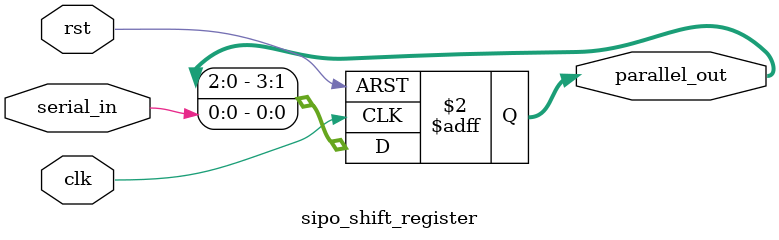
<source format=sv>
module sipo_shift_register (
  input clk,
  input rst,
  input serial_in,
  output reg [3:0] parallel_out
);

  always @(posedge clk or posedge rst) begin
    if (rst)
      parallel_out <= 4'b0000;
    else
      parallel_out <= {parallel_out[2:0], serial_in};  
  end
endmodule

</source>
